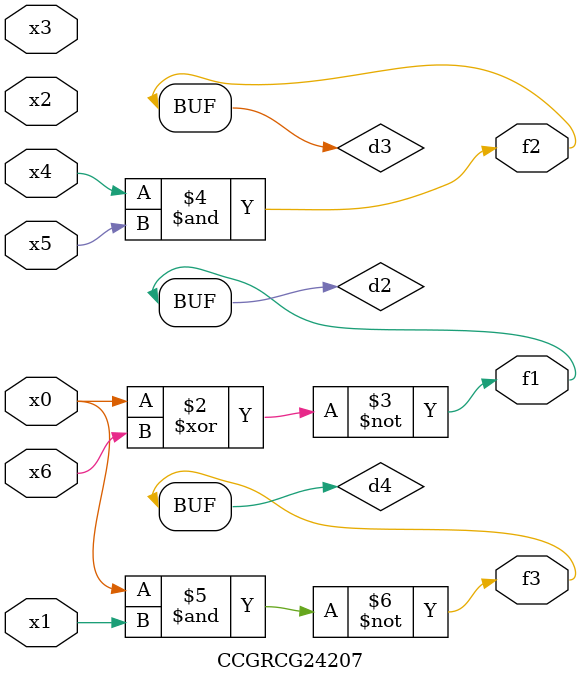
<source format=v>
module CCGRCG24207(
	input x0, x1, x2, x3, x4, x5, x6,
	output f1, f2, f3
);

	wire d1, d2, d3, d4;

	nor (d1, x0);
	xnor (d2, x0, x6);
	and (d3, x4, x5);
	nand (d4, x0, x1);
	assign f1 = d2;
	assign f2 = d3;
	assign f3 = d4;
endmodule

</source>
